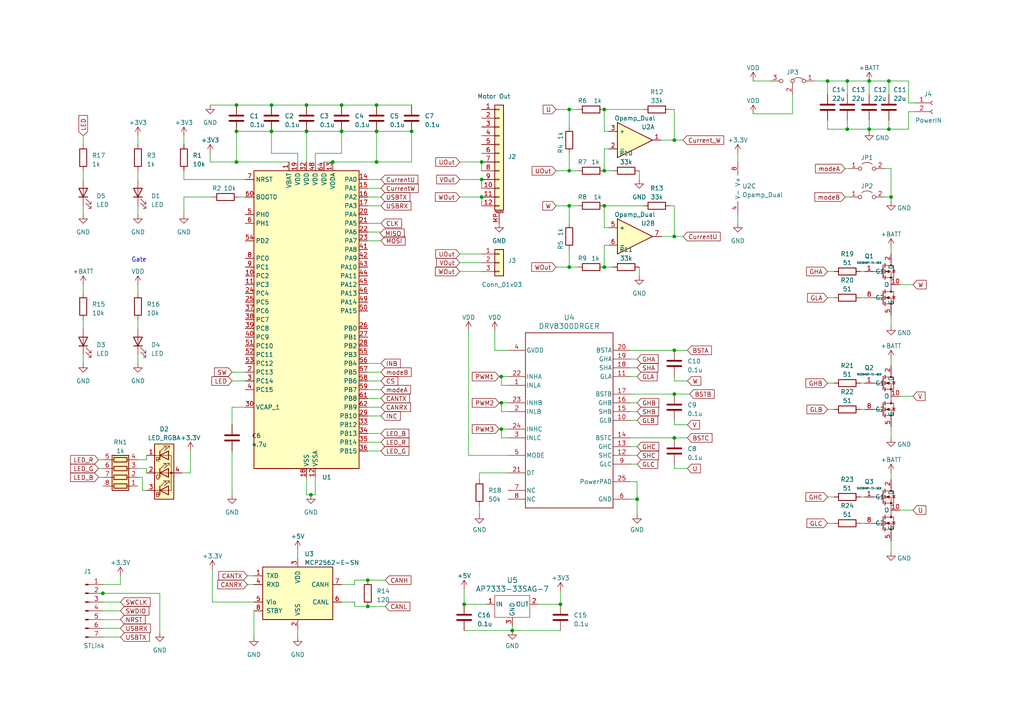
<source format=kicad_sch>
(kicad_sch (version 20230121) (generator eeschema)
  (paper "A4")
  (title_block (title "BLDC Motor Driver V2.0") (company "Ri-one SSL ") (comment 1 "Daiki Tomioka"))
  (junction (at 96.52 46.99))
  (junction (at 148.59 182.88))
  (junction (at 109.22 46.99))
  (junction (at 162.56 175.26))
  (junction (at 195.58 40.64))
  (junction (at 195.58 127))
  (junction (at 145.415 116.84))
  (junction (at 257.81 23.495))
  (junction (at 165.1 59.69))
  (junction (at 99.06 38.1))
  (junction (at 78.74 38.1))
  (junction (at 175.26 59.69))
  (junction (at 68.58 30.48))
  (junction (at 175.26 49.53))
  (junction (at 88.9 38.1))
  (junction (at 29.845 172.085))
  (junction (at 175.26 31.75))
  (junction (at 145.415 124.46))
  (junction (at 99.06 30.48))
  (junction (at 258.445 57.15))
  (junction (at 195.58 101.6))
  (junction (at 175.26 77.47))
  (junction (at 134.62 175.26))
  (junction (at 245.745 37.465))
  (junction (at 88.9 30.48))
  (junction (at 257.81 37.465))
  (junction (at 145.415 109.22))
  (junction (at 119.38 38.1))
  (junction (at 184.785 144.78))
  (junction (at 165.1 77.47))
  (junction (at 195.58 114.3))
  (junction (at 139.7 57.15))
  (junction (at 165.1 49.53))
  (junction (at 240.03 23.495))
  (junction (at 68.58 46.99))
  (junction (at 252.095 23.495))
  (junction (at 139.7 52.07))
  (junction (at 68.58 38.1))
  (junction (at 78.74 30.48))
  (junction (at 90.17 143.51))
  (junction (at 109.22 30.48))
  (junction (at 252.095 37.465))
  (junction (at 106.68 175.895))
  (junction (at 195.58 68.58))
  (junction (at 109.22 38.1))
  (junction (at 245.745 23.495))
  (junction (at 165.1 31.75))
  (junction (at 139.7 46.99))
  (junction (at 106.68 168.275))
  (wire (pts (xy 135.89 95.885) (xy 135.89 132.08)))
  (wire (pts (xy 175.26 38.1) (xy 176.53 38.1)))
  (wire (pts (xy 86.36 159.385) (xy 86.36 161.925)))
  (wire (pts (xy 71.755 167.005) (xy 73.66 167.005)))
  (wire (pts (xy 106.68 120.65) (xy 110.49 120.65)))
  (wire (pts (xy 175.26 66.04) (xy 176.53 66.04)))
  (wire (pts (xy 240.03 23.495) (xy 245.745 23.495)))
  (wire (pts (xy 145.415 124.46) (xy 147.32 124.46)))
  (wire (pts (xy 41.275 142.24) (xy 42.545 142.24)))
  (wire (pts (xy 213.995 62.23) (xy 213.995 64.77)))
  (wire (pts (xy 147.32 101.6) (xy 143.51 101.6)))
  (wire (pts (xy 106.68 59.69) (xy 110.49 59.69)))
  (wire (pts (xy 99.06 30.48) (xy 109.22 30.48)))
  (wire (pts (xy 106.68 125.73) (xy 110.49 125.73)))
  (wire (pts (xy 53.34 39.37) (xy 53.34 41.91)))
  (wire (pts (xy 28.575 138.43) (xy 29.845 138.43)))
  (wire (pts (xy 67.31 107.95) (xy 71.12 107.95)))
  (wire (pts (xy 78.74 30.48) (xy 88.9 30.48)))
  (wire (pts (xy 78.74 44.45) (xy 86.36 44.45)))
  (wire (pts (xy 236.22 23.495) (xy 240.03 23.495)))
  (wire (pts (xy 34.925 169.545) (xy 29.845 169.545)))
  (wire (pts (xy 252.095 37.465) (xy 257.81 37.465)))
  (wire (pts (xy 257.81 34.925) (xy 257.81 37.465)))
  (wire (pts (xy 252.095 23.495) (xy 252.095 27.305)))
  (wire (pts (xy 257.81 23.495) (xy 263.525 23.495)))
  (wire (pts (xy 252.095 34.925) (xy 252.095 37.465)))
  (wire (pts (xy 258.445 57.15) (xy 256.54 57.15)))
  (wire (pts (xy 91.44 46.99) (xy 91.44 44.45)))
  (wire (pts (xy 71.755 169.545) (xy 73.66 169.545)))
  (wire (pts (xy 139.065 137.16) (xy 147.32 137.16)))
  (wire (pts (xy 182.88 132.08) (xy 184.785 132.08)))
  (wire (pts (xy 195.58 59.69) (xy 194.31 59.69)))
  (wire (pts (xy 249.555 118.745) (xy 250.825 118.745)))
  (wire (pts (xy 119.38 38.1) (xy 119.38 46.99)))
  (wire (pts (xy 106.68 107.95) (xy 110.49 107.95)))
  (wire (pts (xy 245.745 37.465) (xy 252.095 37.465)))
  (wire (pts (xy 195.58 31.75) (xy 194.31 31.75)))
  (wire (pts (xy 245.745 23.495) (xy 252.095 23.495)))
  (wire (pts (xy 109.22 46.99) (xy 109.22 38.1)))
  (wire (pts (xy 195.58 114.3) (xy 200.025 114.3)))
  (wire (pts (xy 88.9 38.1) (xy 99.06 38.1)))
  (wire (pts (xy 240.03 144.145) (xy 241.935 144.145)))
  (wire (pts (xy 102.87 174.625) (xy 99.06 174.625)))
  (wire (pts (xy 29.845 172.085) (xy 46.355 172.085)))
  (wire (pts (xy 68.58 46.99) (xy 83.82 46.99)))
  (wire (pts (xy 145.415 111.76) (xy 147.32 111.76)))
  (wire (pts (xy 40.005 59.69) (xy 40.005 62.23)))
  (wire (pts (xy 258.445 48.895) (xy 258.445 57.15)))
  (wire (pts (xy 53.34 57.15) (xy 61.595 57.15)))
  (wire (pts (xy 88.9 30.48) (xy 99.06 30.48)))
  (wire (pts (xy 106.68 115.57) (xy 110.49 115.57)))
  (wire (pts (xy 42.545 135.89) (xy 42.545 137.16)))
  (wire (pts (xy 162.56 171.45) (xy 162.56 175.26)))
  (wire (pts (xy 42.545 133.35) (xy 42.545 132.08)))
  (wire (pts (xy 240.03 34.925) (xy 240.03 37.465)))
  (wire (pts (xy 182.88 101.6) (xy 195.58 101.6)))
  (wire (pts (xy 263.525 32.385) (xy 263.525 37.465)))
  (wire (pts (xy 88.9 138.43) (xy 88.9 143.51)))
  (wire (pts (xy 41.275 138.43) (xy 41.275 142.24)))
  (wire (pts (xy 257.81 37.465) (xy 263.525 37.465)))
  (wire (pts (xy 161.29 59.69) (xy 165.1 59.69)))
  (wire (pts (xy 145.415 109.22) (xy 147.32 109.22)))
  (wire (pts (xy 60.96 30.48) (xy 68.58 30.48)))
  (wire (pts (xy 139.7 57.15) (xy 139.7 59.69)))
  (wire (pts (xy 53.34 52.07) (xy 71.12 52.07)))
  (wire (pts (xy 182.88 106.68) (xy 184.785 106.68)))
  (wire (pts (xy 106.68 168.275) (xy 111.76 168.275)))
  (wire (pts (xy 195.58 109.22) (xy 195.58 110.49)))
  (wire (pts (xy 99.06 44.45) (xy 99.06 38.1)))
  (wire (pts (xy 40.005 135.89) (xy 42.545 135.89)))
  (wire (pts (xy 218.44 23.495) (xy 223.52 23.495)))
  (wire (pts (xy 165.1 49.53) (xy 167.64 49.53)))
  (wire (pts (xy 252.095 37.465) (xy 252.095 38.1)))
  (wire (pts (xy 139.7 52.07) (xy 139.7 54.61)))
  (wire (pts (xy 195.58 40.64) (xy 198.12 40.64)))
  (wire (pts (xy 148.59 182.88) (xy 148.59 181.61)))
  (wire (pts (xy 260.985 147.955) (xy 264.795 147.955)))
  (wire (pts (xy 258.445 137.16) (xy 258.445 139.065)))
  (wire (pts (xy 61.595 174.625) (xy 73.66 174.625)))
  (wire (pts (xy 86.36 182.245) (xy 86.36 184.785)))
  (wire (pts (xy 133.35 78.74) (xy 139.7 78.74)))
  (wire (pts (xy 68.58 30.48) (xy 78.74 30.48)))
  (wire (pts (xy 106.68 113.03) (xy 110.49 113.03)))
  (wire (pts (xy 143.51 95.885) (xy 143.51 101.6)))
  (wire (pts (xy 195.58 101.6) (xy 199.39 101.6)))
  (wire (pts (xy 185.42 77.47) (xy 185.42 80.01)))
  (wire (pts (xy 24.13 82.55) (xy 24.13 85.09)))
  (wire (pts (xy 191.77 40.64) (xy 195.58 40.64)))
  (wire (pts (xy 133.35 57.15) (xy 139.7 57.15)))
  (wire (pts (xy 109.22 46.99) (xy 119.38 46.99)))
  (wire (pts (xy 175.26 77.47) (xy 175.26 71.12)))
  (wire (pts (xy 40.005 138.43) (xy 41.275 138.43)))
  (wire (pts (xy 258.445 58.42) (xy 258.445 57.15)))
  (wire (pts (xy 34.925 182.245) (xy 29.845 182.245)))
  (wire (pts (xy 195.58 110.49) (xy 199.39 110.49)))
  (wire (pts (xy 165.1 36.83) (xy 165.1 31.75)))
  (wire (pts (xy 93.98 46.99) (xy 96.52 46.99)))
  (wire (pts (xy 78.74 38.1) (xy 88.9 38.1)))
  (wire (pts (xy 61.595 165.1) (xy 61.595 174.625)))
  (wire (pts (xy 106.68 67.31) (xy 110.49 67.31)))
  (wire (pts (xy 106.68 118.11) (xy 110.49 118.11)))
  (wire (pts (xy 40.005 92.71) (xy 40.005 95.25)))
  (wire (pts (xy 102.87 169.545) (xy 99.06 169.545)))
  (wire (pts (xy 139.065 137.16) (xy 139.065 139.065)))
  (wire (pts (xy 184.785 139.7) (xy 184.785 144.78)))
  (wire (pts (xy 195.58 134.62) (xy 195.58 135.89)))
  (wire (pts (xy 40.005 49.53) (xy 40.005 52.07)))
  (wire (pts (xy 249.555 151.765) (xy 250.825 151.765)))
  (wire (pts (xy 34.925 167.005) (xy 34.925 169.545)))
  (wire (pts (xy 53.34 49.53) (xy 53.34 52.07)))
  (wire (pts (xy 258.445 71.755) (xy 258.445 73.66)))
  (wire (pts (xy 102.87 174.625) (xy 102.87 175.895)))
  (wire (pts (xy 60.96 44.45) (xy 60.96 46.99)))
  (wire (pts (xy 175.26 71.12) (xy 176.53 71.12)))
  (wire (pts (xy 161.29 77.47) (xy 165.1 77.47)))
  (wire (pts (xy 109.22 38.1) (xy 119.38 38.1)))
  (wire (pts (xy 24.13 59.69) (xy 24.13 62.23)))
  (wire (pts (xy 182.88 116.84) (xy 184.785 116.84)))
  (wire (pts (xy 53.34 57.15) (xy 53.34 62.23)))
  (wire (pts (xy 24.13 49.53) (xy 24.13 52.07)))
  (wire (pts (xy 165.1 72.39) (xy 165.1 77.47)))
  (wire (pts (xy 88.9 38.1) (xy 88.9 46.99)))
  (wire (pts (xy 245.745 23.495) (xy 245.745 27.305)))
  (wire (pts (xy 145.415 119.38) (xy 147.32 119.38)))
  (wire (pts (xy 102.87 168.275) (xy 106.68 168.275)))
  (wire (pts (xy 175.26 49.53) (xy 175.26 43.18)))
  (wire (pts (xy 96.52 46.99) (xy 109.22 46.99)))
  (wire (pts (xy 240.03 78.74) (xy 241.935 78.74)))
  (wire (pts (xy 177.8 49.53) (xy 175.26 49.53)))
  (wire (pts (xy 263.525 32.385) (xy 265.43 32.385)))
  (wire (pts (xy 145.415 109.22) (xy 145.415 111.76)))
  (wire (pts (xy 106.68 54.61) (xy 110.49 54.61)))
  (wire (pts (xy 135.89 132.08) (xy 147.32 132.08)))
  (wire (pts (xy 106.68 52.07) (xy 110.49 52.07)))
  (wire (pts (xy 34.925 177.165) (xy 29.845 177.165)))
  (wire (pts (xy 182.88 114.3) (xy 195.58 114.3)))
  (wire (pts (xy 86.36 46.99) (xy 86.36 44.45)))
  (wire (pts (xy 40.005 39.37) (xy 40.005 41.91)))
  (wire (pts (xy 182.88 129.54) (xy 184.785 129.54)))
  (wire (pts (xy 245.11 57.15) (xy 246.38 57.15)))
  (wire (pts (xy 175.26 31.75) (xy 186.69 31.75)))
  (wire (pts (xy 133.35 52.07) (xy 139.7 52.07)))
  (wire (pts (xy 161.29 31.75) (xy 165.1 31.75)))
  (wire (pts (xy 162.56 182.88) (xy 148.59 182.88)))
  (wire (pts (xy 68.58 46.99) (xy 60.96 46.99)))
  (wire (pts (xy 195.58 127) (xy 199.39 127)))
  (wire (pts (xy 195.58 31.75) (xy 195.58 40.64)))
  (wire (pts (xy 40.005 82.55) (xy 40.005 85.09)))
  (wire (pts (xy 67.31 110.49) (xy 71.12 110.49)))
  (wire (pts (xy 165.1 77.47) (xy 167.64 77.47)))
  (wire (pts (xy 182.88 134.62) (xy 184.785 134.62)))
  (wire (pts (xy 109.22 30.48) (xy 119.38 30.48)))
  (wire (pts (xy 40.005 133.35) (xy 42.545 133.35)))
  (wire (pts (xy 263.525 23.495) (xy 263.525 29.845)))
  (wire (pts (xy 195.58 68.58) (xy 191.77 68.58)))
  (wire (pts (xy 106.68 128.27) (xy 110.49 128.27)))
  (wire (pts (xy 195.58 123.19) (xy 199.39 123.19)))
  (wire (pts (xy 161.29 49.53) (xy 165.1 49.53)))
  (wire (pts (xy 240.03 111.125) (xy 241.935 111.125)))
  (wire (pts (xy 165.1 44.45) (xy 165.1 49.53)))
  (wire (pts (xy 88.9 143.51) (xy 90.17 143.51)))
  (wire (pts (xy 102.87 169.545) (xy 102.87 168.275)))
  (wire (pts (xy 240.03 37.465) (xy 245.745 37.465)))
  (wire (pts (xy 139.7 46.99) (xy 139.7 49.53)))
  (wire (pts (xy 156.21 175.26) (xy 162.56 175.26)))
  (wire (pts (xy 145.415 116.84) (xy 147.32 116.84)))
  (wire (pts (xy 240.03 151.765) (xy 241.935 151.765)))
  (wire (pts (xy 34.925 174.625) (xy 29.845 174.625)))
  (wire (pts (xy 34.925 179.705) (xy 29.845 179.705)))
  (wire (pts (xy 71.12 118.11) (xy 67.31 118.11)))
  (wire (pts (xy 258.445 104.14) (xy 258.445 106.045)))
  (wire (pts (xy 145.415 116.84) (xy 145.415 119.38)))
  (wire (pts (xy 24.13 39.37) (xy 24.13 41.91)))
  (wire (pts (xy 182.88 127) (xy 195.58 127)))
  (wire (pts (xy 134.62 182.88) (xy 148.59 182.88)))
  (wire (pts (xy 165.1 31.75) (xy 167.64 31.75)))
  (wire (pts (xy 90.17 143.51) (xy 91.44 143.51)))
  (wire (pts (xy 258.445 123.825) (xy 258.445 127)))
  (wire (pts (xy 69.215 57.15) (xy 71.12 57.15)))
  (wire (pts (xy 106.68 57.15) (xy 110.49 57.15)))
  (wire (pts (xy 133.35 46.99) (xy 139.7 46.99)))
  (wire (pts (xy 195.58 68.58) (xy 198.12 68.58)))
  (wire (pts (xy 133.35 73.66) (xy 139.7 73.66)))
  (wire (pts (xy 91.44 44.45) (xy 99.06 44.45)))
  (wire (pts (xy 78.74 44.45) (xy 78.74 38.1)))
  (wire (pts (xy 106.68 110.49) (xy 110.49 110.49)))
  (wire (pts (xy 260.985 82.55) (xy 264.795 82.55)))
  (wire (pts (xy 175.26 66.04) (xy 175.26 59.69)))
  (wire (pts (xy 67.31 130.81) (xy 67.31 143.51)))
  (wire (pts (xy 240.03 86.36) (xy 241.935 86.36)))
  (wire (pts (xy 213.995 44.45) (xy 213.995 46.99)))
  (wire (pts (xy 185.42 49.53) (xy 185.42 52.07)))
  (wire (pts (xy 91.44 138.43) (xy 91.44 143.51)))
  (wire (pts (xy 140.97 175.26) (xy 134.62 175.26)))
  (wire (pts (xy 257.81 23.495) (xy 257.81 27.305)))
  (wire (pts (xy 218.44 33.02) (xy 229.87 33.02)))
  (wire (pts (xy 68.58 38.1) (xy 78.74 38.1)))
  (wire (pts (xy 182.88 119.38) (xy 184.785 119.38)))
  (wire (pts (xy 265.43 29.845) (xy 263.525 29.845)))
  (wire (pts (xy 106.68 175.895) (xy 111.76 175.895)))
  (wire (pts (xy 245.745 34.925) (xy 245.745 37.465)))
  (wire (pts (xy 106.68 130.81) (xy 110.49 130.81)))
  (wire (pts (xy 145.415 127) (xy 147.32 127)))
  (wire (pts (xy 40.005 102.87) (xy 40.005 105.41)))
  (wire (pts (xy 182.88 121.92) (xy 184.785 121.92)))
  (wire (pts (xy 24.13 102.87) (xy 24.13 105.41)))
  (wire (pts (xy 182.88 144.78) (xy 184.785 144.78)))
  (wire (pts (xy 175.26 38.1) (xy 175.26 31.75)))
  (wire (pts (xy 73.66 177.165) (xy 73.66 184.785)))
  (wire (pts (xy 106.68 69.85) (xy 110.49 69.85)))
  (wire (pts (xy 145.415 124.46) (xy 145.415 127)))
  (wire (pts (xy 106.68 64.77) (xy 110.49 64.77)))
  (wire (pts (xy 240.03 118.745) (xy 241.935 118.745)))
  (wire (pts (xy 144.78 124.46) (xy 145.415 124.46)))
  (wire (pts (xy 182.88 139.7) (xy 184.785 139.7)))
  (wire (pts (xy 165.1 59.69) (xy 167.64 59.69)))
  (wire (pts (xy 195.58 135.89) (xy 199.39 135.89)))
  (wire (pts (xy 67.31 118.11) (xy 67.31 123.19)))
  (wire (pts (xy 175.26 43.18) (xy 176.53 43.18)))
  (wire (pts (xy 144.78 116.84) (xy 145.415 116.84)))
  (wire (pts (xy 245.11 48.895) (xy 246.38 48.895)))
  (wire (pts (xy 182.88 109.22) (xy 184.785 109.22)))
  (wire (pts (xy 165.1 64.77) (xy 165.1 59.69)))
  (wire (pts (xy 249.555 86.36) (xy 250.825 86.36)))
  (wire (pts (xy 139.065 146.685) (xy 139.065 149.225)))
  (wire (pts (xy 68.58 38.1) (xy 68.58 46.99)))
  (wire (pts (xy 24.13 92.71) (xy 24.13 95.25)))
  (wire (pts (xy 184.785 144.78) (xy 184.785 149.225)))
  (wire (pts (xy 175.26 59.69) (xy 186.69 59.69)))
  (wire (pts (xy 249.555 111.125) (xy 250.825 111.125)))
  (wire (pts (xy 258.445 156.845) (xy 258.445 160.02)))
  (wire (pts (xy 249.555 144.145) (xy 250.825 144.145)))
  (wire (pts (xy 99.06 38.1) (xy 109.22 38.1)))
  (wire (pts (xy 102.87 175.895) (xy 106.68 175.895)))
  (wire (pts (xy 28.575 135.89) (xy 29.845 135.89)))
  (wire (pts (xy 229.87 27.305) (xy 229.87 33.02)))
  (wire (pts (xy 106.68 105.41) (xy 110.49 105.41)))
  (wire (pts (xy 252.095 23.495) (xy 257.81 23.495)))
  (wire (pts (xy 177.8 77.47) (xy 175.26 77.47)))
  (wire (pts (xy 256.54 48.895) (xy 258.445 48.895)))
  (wire (pts (xy 258.445 91.44) (xy 258.445 94.615)))
  (wire (pts (xy 133.35 76.2) (xy 139.7 76.2)))
  (wire (pts (xy 260.985 114.935) (xy 264.795 114.935)))
  (wire (pts (xy 249.555 78.74) (xy 250.825 78.74)))
  (wire (pts (xy 55.245 130.81) (xy 55.245 137.16)))
  (wire (pts (xy 34.925 184.785) (xy 29.845 184.785)))
  (wire (pts (xy 182.88 104.14) (xy 184.785 104.14)))
  (wire (pts (xy 195.58 121.92) (xy 195.58 123.19)))
  (wire (pts (xy 240.03 23.495) (xy 240.03 27.305)))
  (wire (pts (xy 134.62 170.815) (xy 134.62 175.26)))
  (wire (pts (xy 27.305 172.085) (xy 29.845 172.085)))
  (wire (pts (xy 195.58 68.58) (xy 195.58 59.69)))
  (wire (pts (xy 28.575 133.35) (xy 29.845 133.35)))
  (wire (pts (xy 144.78 109.22) (xy 145.415 109.22)))
  (wire (pts (xy 52.705 137.16) (xy 55.245 137.16)))
  (wire (pts (xy 46.355 172.085) (xy 46.355 183.515)))
  (text "Gate \n" (at 38.1 76.2 0) (effects (font (size 1.27 1.27)) (justify left bottom)))
  (global_label "LED_G" (shape input) (at 110.49 130.81 0) (property "Intersheetrefs" "${INTERSHEET_REFS}" (at 119.0805 130.81 0) (effects (justify left))))
  (global_label "SWDIO" (shape input) (at 34.925 177.165 0) (property "Intersheetrefs" "${INTERSHEET_REFS}" (at 43.697 177.165 0) (effects (justify left))))
  (global_label "VOut" (shape input) (at 133.35 52.07 180) (property "Intersheetrefs" "${INTERSHEET_REFS}" (at 126.1504 52.07 0) (effects (justify right))))
  (global_label "USBRX" (shape input) (at 110.49 59.69 0) (property "Intersheetrefs" "${INTERSHEET_REFS}" (at 119.6853 59.69 0) (effects (justify left))))
  (global_label "WOut" (shape input) (at 161.29 77.47 180) (property "Intersheetrefs" "${INTERSHEET_REFS}" (at 153.7276 77.47 0) (effects (justify right))))
  (global_label "CLK" (shape input) (at 110.49 64.77 0) (property "Intersheetrefs" "${INTERSHEET_REFS}" (at 116.9639 64.77 0) (effects (justify left))))
  (global_label "modeB" (shape input) (at 110.49 107.95 0) (property "Intersheetrefs" "${INTERSHEET_REFS}" (at 119.7457 107.95 0) (effects (justify left))))
  (global_label "WOut" (shape input) (at 133.35 57.15 180) (property "Intersheetrefs" "${INTERSHEET_REFS}" (at 125.7876 57.15 0) (effects (justify right))))
  (global_label "BSTB" (shape input) (at 200.025 114.3 0) (property "Intersheetrefs" "${INTERSHEET_REFS}" (at 207.6479 114.3 0) (effects (justify left))))
  (global_label "WOut" (shape input) (at 133.35 78.74 180) (property "Intersheetrefs" "${INTERSHEET_REFS}" (at 125.7876 78.74 0) (effects (justify right))))
  (global_label "USBTX" (shape input) (at 34.925 184.785 0) (property "Intersheetrefs" "${INTERSHEET_REFS}" (at 43.8179 184.785 0) (effects (justify left))))
  (global_label "SWCLK" (shape input) (at 34.925 174.625 0) (property "Intersheetrefs" "${INTERSHEET_REFS}" (at 44.0598 174.625 0) (effects (justify left))))
  (global_label "INC" (shape input) (at 110.49 120.65 0) (property "Intersheetrefs" "${INTERSHEET_REFS}" (at 116.6011 120.65 0) (effects (justify left))))
  (global_label "VOut" (shape input) (at 133.35 76.2 180) (property "Intersheetrefs" "${INTERSHEET_REFS}" (at 126.1504 76.2 0) (effects (justify right))))
  (global_label "CurrentU" (shape input) (at 198.1848 68.6027 0) (property "Intersheetrefs" "${INTERSHEET_REFS}" (at 209.3758 68.6027 0) (effects (justify left))))
  (global_label "GLC" (shape input) (at 240.03 151.765 180) (property "Intersheetrefs" "${INTERSHEET_REFS}" (at 233.5561 151.765 0) (effects (justify right))))
  (global_label "CANH" (shape input) (at 111.76 168.275 0) (property "Intersheetrefs" "${INTERSHEET_REFS}" (at 119.6854 168.275 0) (effects (justify left))))
  (global_label "INB" (shape input) (at 110.49 105.41 0) (property "Intersheetrefs" "${INTERSHEET_REFS}" (at 116.6011 105.41 0) (effects (justify left))))
  (global_label "CANRX" (shape input) (at 71.755 169.545 180) (property "Intersheetrefs" "${INTERSHEET_REFS}" (at 62.6806 169.545 0) (effects (justify right))))
  (global_label "UOut" (shape input) (at 161.29 49.53 180) (property "Intersheetrefs" "${INTERSHEET_REFS}" (at 153.8485 49.53 0) (effects (justify right))))
  (global_label "GHA" (shape input) (at 240.03 78.74 180) (property "Intersheetrefs" "${INTERSHEET_REFS}" (at 233.4351 78.74 0) (effects (justify right))))
  (global_label "BSTC" (shape input) (at 199.39 127 0) (property "Intersheetrefs" "${INTERSHEET_REFS}" (at 207.0129 127 0) (effects (justify left))))
  (global_label "CANL" (shape input) (at 111.76 175.895 0) (property "Intersheetrefs" "${INTERSHEET_REFS}" (at 119.383 175.895 0) (effects (justify left))))
  (global_label "GLB" (shape input) (at 184.785 121.92 0) (property "Intersheetrefs" "${INTERSHEET_REFS}" (at 191.2589 121.92 0) (effects (justify left))))
  (global_label "CANTX" (shape input) (at 71.755 167.005 180) (property "Intersheetrefs" "${INTERSHEET_REFS}" (at 62.983 167.005 0) (effects (justify right))))
  (global_label "GHB" (shape input) (at 184.785 116.84 0) (property "Intersheetrefs" "${INTERSHEET_REFS}" (at 191.5613 116.84 0) (effects (justify left))))
  (global_label "U" (shape input) (at 264.795 147.955 0) (property "Intersheetrefs" "${INTERSHEET_REFS}" (at 269.0313 147.955 0) (effects (justify left))))
  (global_label "GLA" (shape input) (at 240.03 86.36 180) (property "Intersheetrefs" "${INTERSHEET_REFS}" (at 233.7375 86.36 0) (effects (justify right))))
  (global_label "U" (shape input) (at 199.39 135.89 0) (property "Intersheetrefs" "${INTERSHEET_REFS}" (at 203.6263 135.89 0) (effects (justify left))))
  (global_label "V" (shape input) (at 264.795 114.935 0) (property "Intersheetrefs" "${INTERSHEET_REFS}" (at 268.7894 114.935 0) (effects (justify left))))
  (global_label "MOSI" (shape input) (at 110.49 69.85 0) (property "Intersheetrefs" "${INTERSHEET_REFS}" (at 117.992 69.85 0) (effects (justify left))))
  (global_label "LED_G" (shape input) (at 28.575 135.89 180) (property "Intersheetrefs" "${INTERSHEET_REFS}" (at 19.9845 135.89 0) (effects (justify right))))
  (global_label "GHC" (shape input) (at 184.785 129.54 0) (property "Intersheetrefs" "${INTERSHEET_REFS}" (at 191.5613 129.54 0) (effects (justify left))))
  (global_label "LED" (shape input) (at 67.31 110.49 180) (property "Intersheetrefs" "${INTERSHEET_REFS}" (at 60.9571 110.49 0) (effects (justify right))))
  (global_label "SHC" (shape input) (at 184.785 132.08 0) (property "Intersheetrefs" "${INTERSHEET_REFS}" (at 191.5008 132.08 0) (effects (justify left))))
  (global_label "modeA" (shape input) (at 110.49 113.03 0) (property "Intersheetrefs" "${INTERSHEET_REFS}" (at 119.5643 113.03 0) (effects (justify left))))
  (global_label "GHA" (shape input) (at 184.785 104.14 0) (property "Intersheetrefs" "${INTERSHEET_REFS}" (at 191.3799 104.14 0) (effects (justify left))))
  (global_label "LED_B" (shape input) (at 28.575 138.43 180) (property "Intersheetrefs" "${INTERSHEET_REFS}" (at 19.9845 138.43 0) (effects (justify right))))
  (global_label "modeA" (shape input) (at 245.11 48.895 180) (property "Intersheetrefs" "${INTERSHEET_REFS}" (at 236.0357 48.895 0) (effects (justify right))))
  (global_label "NRST" (shape input) (at 34.925 179.705 0) (property "Intersheetrefs" "${INTERSHEET_REFS}" (at 42.6084 179.705 0) (effects (justify left))))
  (global_label "SW" (shape input) (at 67.31 107.95 180) (property "Intersheetrefs" "${INTERSHEET_REFS}" (at 61.7433 107.95 0) (effects (justify right))))
  (global_label "PWM3" (shape input) (at 144.78 124.46 180) (property "Intersheetrefs" "${INTERSHEET_REFS}" (at 136.4919 124.46 0) (effects (justify right))))
  (global_label "USBTX" (shape input) (at 110.49 57.15 0) (property "Intersheetrefs" "${INTERSHEET_REFS}" (at 119.3829 57.15 0) (effects (justify left))))
  (global_label "W" (shape input) (at 264.795 82.55 0) (property "Intersheetrefs" "${INTERSHEET_REFS}" (at 269.1522 82.55 0) (effects (justify left))))
  (global_label "LED_B" (shape input) (at 110.49 125.73 0) (property "Intersheetrefs" "${INTERSHEET_REFS}" (at 119.0805 125.73 0) (effects (justify left))))
  (global_label "CANTX" (shape input) (at 110.49 115.57 0) (property "Intersheetrefs" "${INTERSHEET_REFS}" (at 119.262 115.57 0) (effects (justify left))))
  (global_label "modeB" (shape input) (at 245.11 57.15 180) (property "Intersheetrefs" "${INTERSHEET_REFS}" (at 235.8543 57.15 0) (effects (justify right))))
  (global_label "USBRX" (shape input) (at 34.925 182.245 0) (property "Intersheetrefs" "${INTERSHEET_REFS}" (at 44.1203 182.245 0) (effects (justify left))))
  (global_label "GHC" (shape input) (at 240.03 144.145 180) (property "Intersheetrefs" "${INTERSHEET_REFS}" (at 233.2537 144.145 0) (effects (justify right))))
  (global_label "CANRX" (shape input) (at 110.49 118.11 0) (property "Intersheetrefs" "${INTERSHEET_REFS}" (at 119.5644 118.11 0) (effects (justify left))))
  (global_label "GLB" (shape input) (at 240.03 118.745 180) (property "Intersheetrefs" "${INTERSHEET_REFS}" (at 233.5561 118.745 0) (effects (justify right))))
  (global_label "LED" (shape input) (at 24.13 39.37 90) (property "Intersheetrefs" "${INTERSHEET_REFS}" (at 24.13 33.0171 90) (effects (justify left))))
  (global_label "U" (shape input) (at 161.29 31.75 180) (property "Intersheetrefs" "${INTERSHEET_REFS}" (at 157.0537 31.75 0) (effects (justify right))))
  (global_label "SHB" (shape input) (at 184.785 119.38 0) (property "Intersheetrefs" "${INTERSHEET_REFS}" (at 191.5008 119.38 0) (effects (justify left))))
  (global_label "V" (shape input) (at 199.39 123.19 0) (property "Intersheetrefs" "${INTERSHEET_REFS}" (at 203.3844 123.19 0) (effects (justify left))))
  (global_label "CurrentU" (shape input) (at 110.49 52.07 0) (property "Intersheetrefs" "${INTERSHEET_REFS}" (at 121.681 52.07 0) (effects (justify left))))
  (global_label "CS" (shape input) (at 110.49 110.49 0) (property "Intersheetrefs" "${INTERSHEET_REFS}" (at 115.8753 110.49 0) (effects (justify left))))
  (global_label "UOut" (shape input) (at 133.35 46.99 180) (property "Intersheetrefs" "${INTERSHEET_REFS}" (at 125.9085 46.99 0) (effects (justify right))))
  (global_label "MISO" (shape input) (at 110.2315 67.664 0) (property "Intersheetrefs" "${INTERSHEET_REFS}" (at 117.7335 67.664 0) (effects (justify left))))
  (global_label "GLA" (shape input) (at 184.785 109.22 0) (property "Intersheetrefs" "${INTERSHEET_REFS}" (at 191.0775 109.22 0) (effects (justify left))))
  (global_label "CurrentW" (shape input) (at 110.49 54.61 0) (property "Intersheetrefs" "${INTERSHEET_REFS}" (at 121.8019 54.61 0) (effects (justify left))))
  (global_label "UOut" (shape input) (at 133.35 73.66 180) (property "Intersheetrefs" "${INTERSHEET_REFS}" (at 125.9085 73.66 0) (effects (justify right))))
  (global_label "PWM1" (shape input) (at 144.78 109.22 180) (property "Intersheetrefs" "${INTERSHEET_REFS}" (at 136.4919 109.22 0) (effects (justify right))))
  (global_label "W" (shape input) (at 161.29 59.69 180) (property "Intersheetrefs" "${INTERSHEET_REFS}" (at 156.9328 59.69 0) (effects (justify right))))
  (global_label "LED_R" (shape input) (at 28.575 133.35 180) (property "Intersheetrefs" "${INTERSHEET_REFS}" (at 19.9845 133.35 0) (effects (justify right))))
  (global_label "Current_W" (shape input) (at 198.12 40.64 0) (property "Intersheetrefs" "${INTERSHEET_REFS}" (at 210.3995 40.64 0) (effects (justify left))))
  (global_label "PWM2" (shape input) (at 144.78 116.84 180) (property "Intersheetrefs" "${INTERSHEET_REFS}" (at 136.4919 116.84 0) (effects (justify right))))
  (global_label "LED_R" (shape input) (at 110.49 128.27 0) (property "Intersheetrefs" "${INTERSHEET_REFS}" (at 119.0805 128.27 0) (effects (justify left))))
  (global_label "GHB" (shape input) (at 240.03 111.125 180) (property "Intersheetrefs" "${INTERSHEET_REFS}" (at 233.2537 111.125 0) (effects (justify right))))
  (global_label "SHA" (shape input) (at 184.785 106.68 0) (property "Intersheetrefs" "${INTERSHEET_REFS}" (at 191.3194 106.68 0) (effects (justify left))))
  (global_label "GLC" (shape input) (at 184.785 134.62 0) (property "Intersheetrefs" "${INTERSHEET_REFS}" (at 191.2589 134.62 0) (effects (justify left))))
  (global_label "W" (shape input) (at 199.39 110.49 0) (property "Intersheetrefs" "${INTERSHEET_REFS}" (at 203.7472 110.49 0) (effects (justify left))))
  (global_label "BSTA" (shape input) (at 199.39 101.6 0) (property "Intersheetrefs" "${INTERSHEET_REFS}" (at 206.8315 101.6 0) (effects (justify left))))
  (symbol (lib_id "MCU_ST_STM32F4:STM32F446RETx") (at 88.9 92.71 0) (unit 1)
    (property "Reference" "U1" (at 93.3959 138.43 0) (effects (justify left)))
    (property "Value" "  (symbol \"Device:C\" (pin_numbers hide) (pin_names (offset 0.254)) (in_bom yes) (on_board yes)" (effects hide))
    (property "Footprint" "Package_QFP:LQFP-64_10x10mm_P0.5mm" (effects hide))
    (property "Datasheet" "https://www.st.com/resource/en/datasheet/stm32f446re.pdf" (effects hide))
  )
  (symbol (lib_id "power:GND") (at 258.445 160.02 0) (unit 1)
    (property "Reference" "#PWR037" (effects hide))
    (property "Value" "GND" (at 262.255 161.925 0))
  )
  (symbol (lib_name "VDD_2") (lib_id "power:VDD") (at 218.44 23.495 0) (unit 1)
    (property "Reference" "#PWR041" (effects hide))
    (property "Value" "GVDD_IN" (at 218.44 19.685 0))
  )
  (symbol (lib_id "power:+3.3V") (at 213.995 44.45 0) (unit 1)
    (property "Reference" "#PWR014" (effects hide))
    (property "Value" "+3.3V" (at 213.995 40.64 0))
  )
  (symbol (lib_id "Connector_Generic:Conn_01x03") (at 144.78 76.2 0) (unit 1)
    (property "Reference" "J3" (at 147.32 75.565 0) (effects (justify left)))
    (property "Value" "Conn_01x03" (at 139.7 82.55 0) (effects (justify left)))
    (property "Footprint" "Connector_PinHeader_2.54mm:PinHeader_1x03_P2.54mm_Vertical" (effects hide))
  )
  (symbol (lib_id "power:GND") (at 53.34 62.23 0) (unit 1)
    (property "Reference" "#PWR07" (effects hide))
    (property "Value" "GND" (at 53.34 67.31 0))
  )
  (symbol (lib_id "power:GND") (at 258.445 94.615 0) (unit 1)
    (property "Reference" "#PWR032" (effects hide))
    (property "Value" "GND" (at 262.255 96.52 0))
  )
  (symbol (lib_id "Device:R") (at 181.61 49.53 90) (unit 1)
    (property "Reference" "R10" (at 181.61 44.45 90))
    (property "Value" "33k" (at 181.61 46.99 90))
    (property "Footprint" "Resistor_SMD:R_0402_1005Metric_Pad0.72x0.64mm_HandSolder" (effects hide))
  )
  (symbol (lib_id "power:GND") (at 185.42 52.07 0) (unit 1)
    (property "Reference" "#PWR012" (effects hide))
    (property "Value" "GND" (at 185.42 57.15 0))
  )
  (symbol (lib_id "Device:R") (at 245.745 151.765 90) (unit 1)
    (property "Reference" "R24" (at 245.745 146.685 90))
    (property "Value" "51" (at 245.745 149.225 90))
    (property "Footprint" "Resistor_SMD:R_0402_1005Metric_Pad0.72x0.64mm_HandSolder" (effects hide))
  )
  (symbol (lib_id "Connector:Conn_01x07_Pin") (at 24.765 177.165 0) (unit 1)
    (property "Reference" "J1" (at 25.4 165.735 0))
    (property "Value" "STLink" (at 27.305 187.325 0))
    (property "Footprint" "Connector_PinHeader_2.54mm:PinHeader_1x07_P2.54mm_Vertical" (effects hide))
  )
  (symbol (lib_id "Connector_Generic_MountingPin:Conn_01x12_MountingPin") (at 144.78 44.45 0) (unit 1)
    (property "Reference" "J2" (at 147.32 45.4406 0) (effects (justify left)))
    (property "Value" "Motor Out" (at 138.43 27.94 0) (effects (justify left)))
    (property "Footprint" "Connector_FFC-FPC:TE_1-84952-1_1x11-1MP_P1.0mm_Horizontal" (effects hide))
  )
  (symbol (lib_id "Device:R") (at 190.5 59.69 90) (unit 1)
    (property "Reference" "R13" (at 190.5 54.61 90))
    (property "Value" "33k" (at 190.5 57.15 90))
    (property "Footprint" "Resistor_SMD:R_0402_1005Metric_Pad0.72x0.64mm_HandSolder" (effects hide))
  )
  (symbol (lib_id "Device:C") (at 195.58 105.41 180) (unit 1)
    (property "Reference" "C10" (at 199.39 104.775 0) (effects (justify right)))
    (property "Value" "0.1u" (at 199.39 107.315 0) (effects (justify right)))
    (property "Footprint" "Capacitor_SMD:C_0402_1005Metric_Pad0.74x0.62mm_HandSolder" (effects hide))
  )
  (symbol (lib_id "power:GND") (at 185.42 80.01 0) (unit 1)
    (property "Reference" "#PWR013" (effects hide))
    (property "Value" "GND" (at 185.42 85.09 0))
  )
  (symbol (lib_id "Interface_CAN_LIN:MCP2562-E-SN") (at 86.36 172.085 0) (unit 1)
    (property "Reference" "U3" (at 88.3159 160.655 0) (effects (justify left)))
    (property "Value" "MCP2562-E-SN" (at 88.3159 163.195 0) (effects (justify left)))
    (property "Footprint" "Package_SO:SOIC-8_3.9x4.9mm_P1.27mm" (effects hide))
    (property "Datasheet" "http://ww1.microchip.com/downloads/en/DeviceDoc/25167A.pdf" (effects hide))
  )
  (symbol (lib_id "Connector:Conn_01x02_Socket") (at 270.51 29.845 0) (unit 1)
    (property "Reference" "J4" (at 267.97 27.305 0) (effects (justify left)))
    (property "Value" "PowerIN" (at 265.43 34.925 0) (effects (justify left)))
    (property "Footprint" "Connector_AMASS:AMASS_XT30UPB-F_1x02_P5.0mm_Vertical" (effects hide))
  )
  (symbol (lib_name "VDD_3") (lib_id "power:VDD") (at 218.44 33.02 0) (unit 1)
    (property "Reference" "#PWR042" (effects hide))
    (property "Value" "GVDD" (at 218.44 29.21 0))
  )
  (symbol (lib_id "power:GND") (at 67.31 143.51 0) (unit 1)
    (property "Reference" "#PWR03" (effects hide))
    (property "Value" "GND" (at 67.31 148.59 0))
  )
  (symbol (lib_id "Device:R") (at 171.45 59.69 90) (unit 1)
    (property "Reference" "R8" (at 168.91 57.15 90))
    (property "Value" "1k" (at 173.355 57.15 90))
    (property "Footprint" "Resistor_SMD:R_0402_1005Metric_Pad0.72x0.64mm_HandSolder" (effects hide))
  )
  (symbol (lib_id "Device:R") (at 165.1 68.58 180) (unit 1)
    (property "Reference" "R5" (at 162.56 71.12 90))
    (property "Value" "1k" (at 162.56 67.31 90))
    (property "Footprint" "Resistor_SMD:R_0402_1005Metric_Pad0.72x0.64mm_HandSolder" (effects hide))
  )
  (symbol (lib_id "power:+3V3") (at 53.34 39.37 0) (unit 1)
    (property "Reference" "#PWR06" (effects hide))
    (property "Value" "+3V3" (at 53.34 35.56 0))
  )
  (symbol (lib_name "+BATT_1") (lib_id "power:+BATT") (at 258.445 137.16 0) (unit 1)
    (property "Reference" "#PWR036" (effects hide))
    (property "Value" "+PVDD" (at 258.445 133.35 0))
  )
  (symbol (lib_id "Device:R") (at 24.13 45.72 0) (unit 1)
    (property "Reference" "R17" (at 26.67 45.085 0) (effects (justify left)))
    (property "Value" "1k" (at 26.67 47.625 0) (effects (justify left)))
    (property "Footprint" "Resistor_SMD:R_0402_1005Metric_Pad0.72x0.64mm_HandSolder" (effects hide))
  )
  (symbol (lib_name "+BATT_1") (lib_id "power:+BATT") (at 258.445 104.14 0) (unit 1)
    (property "Reference" "#PWR034" (effects hide))
    (property "Value" "+PVDD" (at 258.445 100.33 0))
  )
  (symbol (lib_id "SIZ254DT-T1-GE3:SIZ254DT-T1-GE3") (at 250.825 111.125 0) (unit 1)
    (property "Reference" "Q2" (at 252.095 106.68 0))
    (property "Value" "SIZ254DT-T1-GE3" (at 252.095 108.585 0) (effects (font (size 0.5 0.5))))
    (property "Footprint" "MOSFET:SIZ254DTT1GE3" (effects hide))
    (property "Datasheet" "https://www.vishay.com/docs/79592/siz254dt.pdf" (effects hide))
    (property "Height" "0.8" (effects hide))
    (property "Mouser Part Number" "78-SIZ254DT-T1-GE3" (effects hide))
    (property "Mouser Price/Stock" "https://www.mouser.co.uk/ProductDetail/Vishay-Siliconix/SIZ254DT-T1-GE3?qs=pUKx8fyJudCKVjpWQE2G2A%3D%3D" (effects hide))
    (property "Manufacturer_Name" "Vishay" (effects hide))
    (property "Manufacturer_Part_Number" "SIZ254DT-T1-GE3" (effects hide))
  )
  (symbol (lib_id "Device:C") (at 252.095 31.115 0) (unit 1)
    (property "Reference" "C12" (at 253.365 26.035 0) (effects (justify left)))
    (property "Value" "22u" (at 253.365 28.575 0) (effects (justify left)))
    (property "Footprint" "Capacitor_SMD:C_1210_3225Metric_Pad1.33x2.70mm_HandSolder" (effects hide))
  )
  (symbol (lib_id "power:GND") (at 46.355 183.515 0) (unit 1)
    (property "Reference" "#PWR04" (effects hide))
    (property "Value" "GND" (at 46.355 188.595 0))
  )
  (symbol (lib_name "+BATT_1") (lib_id "power:+BATT") (at 258.445 71.755 0) (unit 1)
    (property "Reference" "#PWR033" (effects hide))
    (property "Value" "+PVDD" (at 258.445 67.945 0))
  )
  (symbol (lib_id "Device:Opamp_Dual") (at 184.15 68.58 0) (unit 2)
    (property "Reference" "U2" (at 187.96 64.77 0))
    (property "Value" "Opamp_Dual" (at 184.15 62.23 0))
  )
  (symbol (lib_id "power:GND") (at 258.445 127 0) (unit 1)
    (property "Reference" "#PWR035" (effects hide))
    (property "Value" "GND" (at 262.255 128.905 0))
  )
  (symbol (lib_id "SIZ254DT-T1-GE3:SIZ254DT-T1-GE3") (at 250.825 78.74 0) (unit 1)
    (property "Reference" "Q1" (at 252.095 74.295 0))
    (property "Value" "SIZ254DT-T1-GE3" (at 252.095 76.2 0) (effects (font (size 0.5 0.5))))
    (property "Footprint" "MOSFET:SIZ254DTT1GE3" (effects hide))
    (property "Datasheet" "https://www.vishay.com/docs/79592/siz254dt.pdf" (effects hide))
    (property "Height" "0.8" (effects hide))
    (property "Mouser Part Number" "78-SIZ254DT-T1-GE3" (effects hide))
    (property "Mouser Price/Stock" "https://www.mouser.co.uk/ProductDetail/Vishay-Siliconix/SIZ254DT-T1-GE3?qs=pUKx8fyJudCKVjpWQE2G2A%3D%3D" (effects hide))
    (property "Manufacturer_Name" "Vishay" (effects hide))
    (property "Manufacturer_Part_Number" "SIZ254DT-T1-GE3" (effects hide))
  )
  (symbol (lib_name "+BATT_1") (lib_id "power:+BATT") (at 252.095 23.495 0) (unit 1)
    (property "Reference" "#PWR029" (effects hide))
    (property "Value" "+PVDD" (at 252.095 19.685 0))
  )
  (symbol (lib_id "Device:R") (at 245.745 118.745 90) (unit 1)
    (property "Reference" "R22" (at 245.745 113.665 90))
    (property "Value" "51" (at 245.745 116.205 90))
    (property "Footprint" "Resistor_SMD:R_0402_1005Metric_Pad0.72x0.64mm_HandSolder" (effects hide))
  )
  (symbol (lib_id "Device:C") (at 257.81 31.115 0) (unit 1)
    (property "Reference" "C11" (at 259.08 26.035 0) (effects (justify left)))
    (property "Value" "22u" (at 259.08 28.575 0) (effects (justify left)))
    (property "Footprint" "Capacitor_SMD:C_1210_3225Metric_Pad1.33x2.70mm_HandSolder" (effects hide))
  )
  (symbol (lib_id "Device:R") (at 181.61 77.47 90) (unit 1)
    (property "Reference" "R11" (at 181.61 72.39 90))
    (property "Value" "33k" (at 181.61 74.93 90))
    (property "Footprint" "Resistor_SMD:R_0402_1005Metric_Pad0.72x0.64mm_HandSolder" (effects hide))
  )
  (symbol (lib_id "power:+3.3V") (at 34.925 167.005 0) (unit 1)
    (property "Reference" "#PWR05" (effects hide))
    (property "Value" "+3.3V" (at 34.925 163.195 0))
  )
  (symbol (lib_id "SIZ254DT-T1-GE3:SIZ254DT-T1-GE3") (at 250.825 144.145 0) (unit 1)
    (property "Reference" "Q3" (at 252.095 139.7 0))
    (property "Value" "SIZ254DT-T1-GE3" (at 252.095 141.605 0) (effects (font (size 0.5 0.5))))
    (property "Footprint" "MOSFET:SIZ254DTT1GE3" (effects hide))
    (property "Datasheet" "https://www.vishay.com/docs/79592/siz254dt.pdf" (effects hide))
    (property "Height" "0.8" (effects hide))
    (property "Mouser Part Number" "78-SIZ254DT-T1-GE3" (effects hide))
    (property "Mouser Price/Stock" "https://www.mouser.co.uk/ProductDetail/Vishay-Siliconix/SIZ254DT-T1-GE3?qs=pUKx8fyJudCKVjpWQE2G2A%3D%3D" (effects hide))
    (property "Manufacturer_Name" "Vishay" (effects hide))
    (property "Manufacturer_Part_Number" "SIZ254DT-T1-GE3" (effects hide))
  )
  (symbol (lib_id "Device:R") (at 245.745 78.74 90) (unit 1)
    (property "Reference" "R19" (at 245.745 73.66 90))
    (property "Value" "51" (at 245.745 76.2 90))
    (property "Footprint" "Resistor_SMD:R_0402_1005Metric_Pad0.72x0.64mm_HandSolder" (effects hide))
  )
  (symbol (lib_id "2023-06-19_11-06-22:AP7333-33SAG-7") (at 135.89 175.26 0) (unit 1)
    (property "Reference" "U5" (at 148.59 168.275 0) (effects (font (size 1.524 1.524))))
    (property "Value" "AP7333-33SAG-7" (at 148.59 170.815 0) (effects (font (size 1.524 1.524))))
    (property "Footprint" "SOT-23_DIO" (effects hide))
    (property "Datasheet" "AP7333-33SAG-7" (effects hide))
  )
  (symbol (lib_id "Device:R") (at 24.13 88.9 0) (unit 1)
    (property "Reference" "R15" (at 26.67 88.265 0) (effects (justify left)))
    (property "Value" "10k" (at 26.67 90.805 0) (effects (justify left)))
    (property "Footprint" "Resistor_SMD:R_0402_1005Metric_Pad0.72x0.64mm_HandSolder" (effects hide))
  )
  (symbol (lib_id "Device:Opamp_Dual") (at 184.15 40.64 0) (unit 1)
    (property "Reference" "U2" (at 187.96 36.83 0))
    (property "Value" "Opamp_Dual" (at 184.15 34.29 0))
  )
  (symbol (lib_id "power:+5V") (at 134.62 170.815 0) (unit 1)
    (property "Reference" "#PWR038" (effects hide))
    (property "Value" "+5V" (at 134.62 167.005 0))
  )
  (symbol (lib_id "power:+3V3") (at 162.56 171.45 0) (unit 1)
    (property "Reference" "#PWR040" (effects hide))
    (property "Value" "+3V3" (at 162.56 167.64 0))
  )
  (symbol (lib_id "2023-06-19_09-00-53:DRV8300DRGER") (at 147.32 101.6 0) (unit 1)
    (property "Reference" "U4" (at 165.1 92.075 0) (effects (font (size 1.524 1.524))))
    (property "Value" "DRV8300DRGER" (at 165.1 94.615 0) (effects (font (size 1.524 1.524))))
    (property "Footprint" "RGE0024B-IPC_A" (effects hide))
    (property "Datasheet" "DRV8300DRGER" (effects hide))
  )
  (symbol (lib_id "Device:R") (at 171.45 49.53 90) (unit 1)
    (property "Reference" "R7" (at 168.91 46.99 90))
    (property "Value" "1k" (at 172.72 46.99 90))
    (property "Footprint" "Resistor_SMD:R_0402_1005Metric_Pad0.72x0.64mm_HandSolder" (effects hide))
  )
  (symbol (lib_id "Device:LED") (at 24.13 99.06 90) (unit 1)
    (property "Reference" "D3" (at 27.94 100.0125 90) (effects (justify right)))
    (property "Value" "LED" (at 27.94 102.5525 90) (effects (justify right)))
    (property "Footprint" "LED_SMD:LED_0402_1005Metric_Pad0.77x0.64mm_HandSolder" (effects hide))
  )
  (symbol (lib_id "Device:C") (at 119.38 34.29 0) (unit 1)
    (property "Reference" "C7" (at 123.19 33.655 0) (effects (justify left)))
    (property "Value" "0.1u" (at 123.19 36.195 0) (effects (justify left)))
    (property "Footprint" "Capacitor_SMD:C_0402_1005Metric_Pad0.74x0.62mm_HandSolder" (effects hide))
  )
  (symbol (lib_id "Device:R") (at 165.1 40.64 180) (unit 1)
    (property "Reference" "R4" (at 162.56 43.18 90))
    (property "Value" "1k" (at 162.56 39.37 90))
    (property "Footprint" "Resistor_SMD:R_0402_1005Metric_Pad0.72x0.64mm_HandSolder" (effects hide))
  )
  (symbol (lib_id "Device:C") (at 195.58 118.11 180) (unit 1)
    (property "Reference" "C9" (at 199.39 117.475 0) (effects (justify right)))
    (property "Value" "0.1u" (at 199.39 120.015 0) (effects (justify right)))
    (property "Footprint" "Capacitor_SMD:C_0402_1005Metric_Pad0.74x0.62mm_HandSolder" (effects hide))
  )
  (symbol (lib_id "Device:C") (at 195.58 130.81 180) (unit 1)
    (property "Reference" "C8" (at 199.39 130.175 0) (effects (justify right)))
    (property "Value" "0.1u" (at 199.39 132.715 0) (effects (justify right)))
    (property "Footprint" "Capacitor_SMD:C_0402_1005Metric_Pad0.74x0.62mm_HandSolder" (effects hide))
  )
  (symbol (lib_name "+BATT_1") (lib_id "power:+BATT") (at 24.13 82.55 0) (unit 1)
    (property "Reference" "#PWR020" (effects hide))
    (property "Value" "+PVDD" (at 24.13 78.74 0))
  )
  (symbol (lib_id "Device:C") (at 88.9 34.29 0) (unit 1)
    (property "Reference" "C3" (at 92.71 33.655 0) (effects (justify left)))
    (property "Value" "0.1u" (at 92.71 36.195 0) (effects (justify left)))
    (property "Footprint" "Capacitor_SMD:C_0402_1005Metric_Pad0.74x0.62mm_HandSolder" (effects hide))
  )
  (symbol (lib_id "Device:R_Pack04") (at 34.925 135.89 90) (unit 1)
    (property "Reference" "RN1" (at 34.925 128.27 90))
    (property "Value" "1k" (at 34.925 130.81 90))
    (property "Footprint" "Resistor_SMD:R_Array_Convex_4x0603" (effects hide))
  )
  (symbol (lib_id "power:GND") (at 90.17 143.51 0) (unit 1)
    (property "Reference" "#PWR01" (effects hide))
    (property "Value" "GND" (at 90.17 148.59 0))
  )
  (symbol (lib_id "Device:R") (at 171.45 31.75 90) (unit 1)
    (property "Reference" "R6" (at 168.91 29.21 90))
    (property "Value" "1k" (at 173.355 29.21 90))
    (property "Footprint" "Resistor_SMD:R_0402_1005Metric_Pad0.72x0.64mm_HandSolder" (effects hide))
  )
  (symbol (lib_id "Device:R") (at 65.405 57.15 90) (unit 1)
    (property "Reference" "R2" (at 62.865 54.61 90))
    (property "Value" "10k" (at 66.675 54.61 90))
    (property "Footprint" "Resistor_SMD:R_0402_1005Metric_Pad0.72x0.64mm_HandSolder" (effects hide))
  )
  (symbol (lib_id "power:+3.3V") (at 55.245 130.81 0) (unit 1)
    (property "Reference" "#PWR010" (effects hide))
    (property "Value" "+3.3V" (at 55.245 127 0))
  )
  (symbol (lib_id "Device:R") (at 53.34 45.72 0) (unit 1)
    (property "Reference" "R1" (at 55.88 45.085 0) (effects (justify left)))
    (property "Value" "10k" (at 55.88 47.625 0) (effects (justify left)))
    (property "Footprint" "Resistor_SMD:R_0402_1005Metric_Pad0.72x0.64mm_HandSolder" (effects hide))
  )
  (symbol (lib_id "Jumper:Jumper_2_Open") (at 251.46 48.895 0) (unit 1)
    (property "Reference" "JP1" (at 251.46 45.72 0))
    (property "Value" "Jumper_2_Open" (effects hide))
    (property "Footprint" "Jumper:SolderJumper-2_P1.3mm_Open_Pad1.0x1.5mm" (effects hide))
  )
  (symbol (lib_id "Device:LED_RGBA") (at 47.625 137.16 0) (unit 1)
    (property "Reference" "D2" (at 47.625 124.46 0))
    (property "Value" "LED_RGBA" (at 47.625 127 0))
    (property "Footprint" "LED_SMD:LED_Kingbright_AAA3528ESGCT" (effects hide))
  )
  (symbol (lib_id "Device:R") (at 139.065 142.875 0) (unit 1)
    (property "Reference" "R18" (at 141.605 142.24 0) (effects (justify left)))
    (property "Value" "50k" (at 141.605 144.78 0) (effects (justify left)))
    (property "Footprint" "Resistor_SMD:R_0402_1005Metric_Pad0.72x0.64mm_HandSolder" (effects hide))
  )
  (symbol (lib_id "power:GND") (at 60.96 30.48 0) (unit 1)
    (property "Reference" "#PWR043" (effects hide))
    (property "Value" "GND" (at 60.96 35.56 0))
  )
  (symbol (lib_id "Device:C") (at 78.74 34.29 0) (unit 1)
    (property "Reference" "C2" (at 82.55 33.655 0) (effects (justify left)))
    (property "Value" "0.1u" (at 82.55 36.195 0) (effects (justify left)))
    (property "Footprint" "Capacitor_SMD:C_0402_1005Metric_Pad0.74x0.62mm_HandSolder" (effects hide))
  )
  (symbol (lib_id "Device:LED") (at 40.005 99.06 90) (unit 1)
    (property "Reference" "D4" (at 43.815 100.0125 90) (effects (justify right)))
    (property "Value" "LED" (at 43.815 102.5525 90) (effects (justify right)))
    (property "Footprint" "LED_SMD:LED_0402_1005Metric_Pad0.77x0.64mm_HandSolder" (effects hide))
  )
  (symbol (lib_name "VDD_1") (lib_id "power:VDD") (at 40.005 82.55 0) (unit 1)
    (property "Reference" "#PWR022" (effects hide))
    (property "Value" "GVDD" (at 40.005 78.74 0))
  )
  (symbol (lib_id "Device:Opamp_Dual") (at 216.535 54.61 0) (unit 3)
    (property "Reference" "U2" (at 215.265 53.975 0) (effects (justify left)))
    (property "Value" "Opamp_Dual" (at 215.265 56.515 0) (effects (justify left)))
  )
  (symbol (lib_id "power:+5V") (at 86.36 159.385 0) (unit 1)
    (property "Reference" "#PWR018" (effects hide))
    (property "Value" "+5V" (at 86.36 155.575 0))
  )
  (symbol (lib_id "Device:R") (at 40.005 45.72 0) (unit 1)
    (property "Reference" "R3" (at 42.545 45.085 0) (effects (justify left)))
    (property "Value" "1k" (at 42.545 47.625 0) (effects (justify left)))
    (property "Footprint" "Resistor_SMD:R_0402_1005Metric_Pad0.72x0.64mm_HandSolder" (effects hide))
  )
  (symbol (lib_id "power:GND") (at 73.66 184.785 0) (unit 1)
    (property "Reference" "#PWR019" (effects hide))
    (property "Value" "GND" (at 73.66 189.865 0))
  )
  (symbol (lib_id "Device:C") (at 67.31 127 0) (unit 1)
    (property "Reference" "C6" (at 73.025 126.365 0) (effects (justify left)))
    (property "Value" "4.7u" (at 73.025 128.905 0) (effects (justify left)))
    (property "Footprint" "Capacitor_SMD:C_0402_1005Metric_Pad0.74x0.62mm_HandSolder" (effects hide))
  )
  (symbol (lib_id "Device:LED") (at 24.13 55.88 90) (unit 1)
    (property "Reference" "D5" (at 27.94 56.8325 90) (effects (justify right)))
    (property "Value" "LED" (at 27.94 59.3725 90) (effects (justify right)))
    (property "Footprint" "LED_SMD:LED_0402_1005Metric_Pad0.77x0.64mm_HandSolder" (effects hide))
  )
  (symbol (lib_id "Device:C") (at 109.22 34.29 0) (unit 1)
    (property "Reference" "C5" (at 113.03 33.655 0) (effects (justify left)))
    (property "Value" "0.1u" (at 113.03 36.195 0) (effects (justify left)))
    (property "Footprint" "Capacitor_SMD:C_0402_1005Metric_Pad0.74x0.62mm_HandSolder" (effects hide))
  )
  (symbol (lib_id "Device:C") (at 134.62 179.07 0) (unit 1)
    (property "Reference" "C16" (at 138.43 178.435 0) (effects (justify left)))
    (property "Value" "0.1u" (at 138.43 180.975 0) (effects (justify left)))
    (property "Footprint" "Capacitor_SMD:C_0402_1005Metric_Pad0.74x0.62mm_HandSolder" (effects hide))
  )
  (symbol (lib_id "Device:R") (at 190.5 31.75 90) (unit 1)
    (property "Reference" "R12" (at 190.5 26.67 90))
    (property "Value" "33k" (at 190.5 29.21 90))
    (property "Footprint" "Resistor_SMD:R_0402_1005Metric_Pad0.72x0.64mm_HandSolder" (effects hide))
  )
  (symbol (lib_id "power:GND") (at 258.445 58.42 0) (unit 1)
    (property "Reference" "#PWR031" (effects hide))
    (property "Value" "GND" (at 262.255 60.325 0))
  )
  (symbol (lib_id "power:GND") (at 24.13 105.41 0) (unit 1)
    (property "Reference" "#PWR021" (effects hide))
    (property "Value" "GND" (at 24.13 110.49 0))
  )
  (symbol (lib_id "Device:R") (at 245.745 111.125 90) (unit 1)
    (property "Reference" "R21" (at 245.745 106.045 90))
    (property "Value" "51" (at 245.745 108.585 90))
    (property "Footprint" "Resistor_SMD:R_0402_1005Metric_Pad0.72x0.64mm_HandSolder" (effects hide))
  )
  (symbol (lib_id "power:+3V3") (at 40.005 39.37 0) (unit 1)
    (property "Reference" "#PWR08" (effects hide))
    (property "Value" "+3V3" (at 40.005 35.56 0))
  )
  (symbol (lib_id "Jumper:Jumper_3_Bridged12") (at 229.87 23.495 0) (mirror y) (unit 1)
    (property "Reference" "JP3" (at 229.87 20.955 0))
    (property "Value" "Jumper_3_Bridged12" (effects hide))
    (property "Footprint" "Jumper:SolderJumper-3_P1.3mm_Bridged2Bar12_Pad1.0x1.5mm_NumberLabels" (effects hide))
  )
  (symbol (lib_id "power:GND") (at 144.78 64.77 0) (unit 1)
    (property "Reference" "#PWR011" (effects hide))
    (property "Value" "GND" (at 144.78 69.85 0))
  )
  (symbol (lib_id "Device:C") (at 245.745 31.115 0) (unit 1)
    (property "Reference" "C13" (at 247.015 26.035 0) (effects (justify left)))
    (property "Value" "22u" (at 247.015 28.575 0) (effects (justify left)))
    (property "Footprint" "Capacitor_SMD:C_1210_3225Metric_Pad1.33x2.70mm_HandSolder" (effects hide))
  )
  (symbol (lib_id "power:GND") (at 184.785 149.225 0) (unit 1)
    (property "Reference" "#PWR026" (effects hide))
    (property "Value" "GND" (at 184.785 153.67 0))
  )
  (symbol (lib_id "power:GND") (at 252.095 38.1 0) (unit 1)
    (property "Reference" "#PWR030" (effects hide))
    (property "Value" "GND" (at 255.905 40.005 0))
  )
  (symbol (lib_id "Device:R") (at 245.745 86.36 90) (unit 1)
    (property "Reference" "R20" (at 245.745 81.28 90))
    (property "Value" "51" (at 245.745 83.82 90))
    (property "Footprint" "Resistor_SMD:R_0402_1005Metric_Pad0.72x0.64mm_HandSolder" (effects hide))
  )
  (symbol (lib_id "power:GND") (at 213.995 64.77 0) (unit 1)
    (property "Reference" "#PWR015" (effects hide))
    (property "Value" "GND" (at 213.995 69.85 0))
  )
  (symbol (lib_name "VDD_1") (lib_id "power:VDD") (at 143.51 95.885 0) (unit 1)
    (property "Reference" "#PWR024" (effects hide))
    (property "Value" "GVDD" (at 143.51 92.075 0))
  )
  (symbol (lib_id "power:GND") (at 139.065 149.225 0) (unit 1)
    (property "Reference" "#PWR028" (effects hide))
    (property "Value" "GND" (at 139.065 153.67 0))
  )
  (symbol (lib_id "Device:C") (at 162.56 179.07 0) (unit 1)
    (property "Reference" "C15" (at 166.37 178.435 0) (effects (justify left)))
    (property "Value" "0.1u" (at 166.37 180.975 0) (effects (justify left)))
    (property "Footprint" "Capacitor_SMD:C_0402_1005Metric_Pad0.74x0.62mm_HandSolder" (effects hide))
  )
  (symbol (lib_id "power:GND") (at 40.005 62.23 0) (unit 1)
    (property "Reference" "#PWR09" (effects hide))
    (property "Value" "GND" (at 40.005 67.31 0))
  )
  (symbol (lib_id "Device:R") (at 106.68 172.085 0) (unit 1)
    (property "Reference" "R14" (at 109.22 171.45 0) (effects (justify left)))
    (property "Value" "120" (at 109.22 173.99 0) (effects (justify left)))
    (property "Footprint" "Resistor_SMD:R_0402_1005Metric_Pad0.72x0.64mm_HandSolder" (effects hide))
  )
  (symbol (lib_name "VDD_1") (lib_id "power:VDD") (at 135.89 95.885 0) (unit 1)
    (property "Reference" "#PWR027" (effects hide))
    (property "Value" "GVDD" (at 135.89 92.075 0))
  )
  (symbol (lib_id "power:GND") (at 40.005 105.41 0) (unit 1)
    (property "Reference" "#PWR023" (effects hide))
    (property "Value" "GND" (at 40.005 110.49 0))
  )
  (symbol (lib_id "Device:C") (at 68.58 34.29 0) (unit 1)
    (property "Reference" "C1" (at 72.39 33.655 0) (effects (justify left)))
    (property "Value" "0.1u" (at 72.39 36.195 0) (effects (justify left)))
    (property "Footprint" "Capacitor_SMD:C_0402_1005Metric_Pad0.74x0.62mm_HandSolder" (effects hide))
  )
  (symbol (lib_id "power:GND") (at 86.36 184.785 0) (unit 1)
    (property "Reference" "#PWR016" (effects hide))
    (property "Value" "GND" (at 86.36 189.865 0))
  )
  (symbol (lib_id "power:GND") (at 148.59 182.88 0) (unit 1)
    (property "Reference" "#PWR039" (effects hide))
    (property "Value" "GND" (at 148.59 187.325 0))
  )
  (symbol (lib_id "Device:LED") (at 40.005 55.88 90) (unit 1)
    (property "Reference" "D1" (at 43.815 56.8325 90) (effects (justify right)))
    (property "Value" "LED" (at 43.815 59.3725 90) (effects (justify right)))
    (property "Footprint" "LED_SMD:LED_0402_1005Metric_Pad0.77x0.64mm_HandSolder" (effects hide))
  )
  (symbol (lib_id "Device:C") (at 240.03 31.115 0) (unit 1)
    (property "Reference" "C14" (at 241.3 26.035 0) (effects (justify left)))
    (property "Value" "22u" (at 241.3 28.575 0) (effects (justify left)))
    (property "Footprint" "Capacitor_SMD:C_1210_3225Metric_Pad1.33x2.70mm_HandSolder" (effects hide))
  )
  (symbol (lib_id "Device:R") (at 40.005 88.9 0) (unit 1)
    (property "Reference" "R16" (at 42.545 88.265 0) (effects (justify left)))
    (property "Value" "10k" (at 42.545 90.805 0) (effects (justify left)))
    (property "Footprint" "Resistor_SMD:R_0402_1005Metric_Pad0.72x0.64mm_HandSolder" (effects hide))
  )
  (symbol (lib_id "Device:R") (at 245.745 144.145 90) (unit 1)
    (property "Reference" "R23" (at 245.745 139.065 90))
    (property "Value" "51" (at 245.745 141.605 90))
    (property "Footprint" "Resistor_SMD:R_0402_1005Metric_Pad0.72x0.64mm_HandSolder" (effects hide))
  )
  (symbol (lib_id "power:+3V3") (at 60.96 44.45 0) (unit 1)
    (property "Reference" "#PWR02" (effects hide))
    (property "Value" "+3V3" (at 60.96 40.64 0))
  )
  (symbol (lib_id "power:+3.3V") (at 61.595 165.1 0) (unit 1)
    (property "Reference" "#PWR017" (effects hide))
    (property "Value" "+3.3V" (at 61.595 161.29 0))
  )
  (symbol (lib_id "Jumper:Jumper_2_Open") (at 251.46 57.15 0) (unit 1)
    (property "Reference" "JP2" (at 251.46 53.975 0))
    (property "Value" "Jumper_2_Open" (effects hide))
    (property "Footprint" "Jumper:SolderJumper-2_P1.3mm_Open_Pad1.0x1.5mm" (effects hide))
  )
  (symbol (lib_id "power:GND") (at 24.13 62.23 0) (unit 1)
    (property "Reference" "#PWR025" (effects hide))
    (property "Value" "GND" (at 24.13 67.31 0))
  )
  (symbol (lib_id "Device:R") (at 171.45 77.47 90) (unit 1)
    (property "Reference" "R9" (at 168.91 74.93 90))
    (property "Value" "1k" (at 172.72 74.93 90))
    (property "Footprint" "Resistor_SMD:R_0402_1005Metric_Pad0.72x0.64mm_HandSolder" (effects hide))
  )
  (symbol (lib_id "Device:C") (at 99.06 34.29 0) (unit 1)
    (property "Reference" "C4" (at 102.87 33.655 0) (effects (justify left)))
    (property "Value" "0.1u" (at 102.87 36.195 0) (effects (justify left)))
    (property "Footprint" "Capacitor_SMD:C_0402_1005Metric_Pad0.74x0.62mm_HandSolder" (effects hide))
  )
)
</source>
